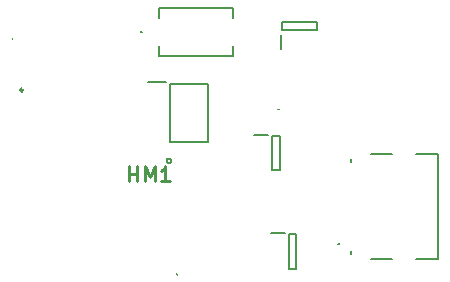
<source format=gbr>
%TF.GenerationSoftware,KiCad,Pcbnew,7.0.9*%
%TF.CreationDate,2024-05-05T23:36:38+02:00*%
%TF.ProjectId,esp32_c3_custom_board,65737033-325f-4633-935f-637573746f6d,rev?*%
%TF.SameCoordinates,Original*%
%TF.FileFunction,Legend,Top*%
%TF.FilePolarity,Positive*%
%FSLAX46Y46*%
G04 Gerber Fmt 4.6, Leading zero omitted, Abs format (unit mm)*
G04 Created by KiCad (PCBNEW 7.0.9) date 2024-05-05 23:36:38*
%MOMM*%
%LPD*%
G01*
G04 APERTURE LIST*
%ADD10C,0.254000*%
%ADD11C,0.200000*%
%ADD12C,0.100000*%
%ADD13C,0.250000*%
G04 APERTURE END LIST*
D10*
X131285066Y-147480718D02*
X131285066Y-146210718D01*
X131285066Y-146815480D02*
X132010781Y-146815480D01*
X132010781Y-147480718D02*
X132010781Y-146210718D01*
X132615542Y-147480718D02*
X132615542Y-146210718D01*
X132615542Y-146210718D02*
X133038876Y-147117861D01*
X133038876Y-147117861D02*
X133462209Y-146210718D01*
X133462209Y-146210718D02*
X133462209Y-147480718D01*
X134732210Y-147480718D02*
X134006495Y-147480718D01*
X134369352Y-147480718D02*
X134369352Y-146210718D01*
X134369352Y-146210718D02*
X134248400Y-146392146D01*
X134248400Y-146392146D02*
X134127448Y-146513099D01*
X134127448Y-146513099D02*
X134006495Y-146573575D01*
D11*
%TO.C,HM1*%
X134873290Y-145741400D02*
G75*
G03*
X134873290Y-145741400I-203890J0D01*
G01*
D12*
%TO.C,D1*%
X143989800Y-141376400D02*
X143989800Y-141376400D01*
X143889800Y-141376400D02*
X143889800Y-141376400D01*
X143889800Y-141376400D02*
G75*
G03*
X143989800Y-141376400I50000J0D01*
G01*
X143989800Y-141376400D02*
G75*
G03*
X143889800Y-141376400I-50000J0D01*
G01*
D11*
%TO.C,S1*%
X132281400Y-134823200D02*
X132281400Y-134823200D01*
X132281400Y-134823200D02*
X132281400Y-134823200D01*
X132381400Y-134823200D02*
X132381400Y-134823200D01*
X133881400Y-132773200D02*
X140081400Y-132773200D01*
X133881400Y-133623200D02*
X133881400Y-132773200D01*
X133881400Y-136023200D02*
X133881400Y-136873200D01*
X133881400Y-136873200D02*
X140081400Y-136873200D01*
X140081400Y-132773200D02*
X140081400Y-133623200D01*
X140081400Y-136873200D02*
X140081400Y-136023200D01*
X132381400Y-134823200D02*
G75*
G03*
X132281400Y-134823200I-50000J0D01*
G01*
X132281400Y-134823200D02*
G75*
G03*
X132381400Y-134823200I50000J0D01*
G01*
X132281400Y-134823200D02*
G75*
G03*
X132381400Y-134823200I50000J0D01*
G01*
%TO.C,U2*%
X141897600Y-143549200D02*
X143047600Y-143549200D01*
X143397600Y-143599200D02*
X144047600Y-143599200D01*
X143397600Y-146499200D02*
X143397600Y-143599200D01*
X144047600Y-143599200D02*
X144047600Y-146499200D01*
X144047600Y-146499200D02*
X143397600Y-146499200D01*
%TO.C,IC3*%
X144209600Y-136245200D02*
X144209600Y-135045200D01*
X144234600Y-134695200D02*
X144234600Y-133995200D01*
X147184600Y-134695200D02*
X144234600Y-134695200D01*
X144234600Y-133995200D02*
X147184600Y-133995200D01*
X147184600Y-133995200D02*
X147184600Y-134695200D01*
D13*
%TO.C,IC1*%
X122345400Y-139740000D02*
G75*
G03*
X122345400Y-139740000I-125000J0D01*
G01*
D12*
%TO.C,Y1*%
X121387600Y-135303800D02*
X121387600Y-135303800D01*
X121387600Y-135403800D02*
X121387600Y-135403800D01*
X121387600Y-135403800D02*
G75*
G03*
X121387600Y-135303800I0J50000D01*
G01*
X121387600Y-135303800D02*
G75*
G03*
X121387600Y-135403800I0J-50000D01*
G01*
%TO.C,D2*%
X135331200Y-155273000D02*
X135331200Y-155273000D01*
X135331200Y-155373000D02*
X135331200Y-155373000D01*
X135331200Y-155373000D02*
G75*
G03*
X135331200Y-155273000I0J50000D01*
G01*
X135331200Y-155273000D02*
G75*
G03*
X135331200Y-155373000I0J-50000D01*
G01*
D11*
%TO.C,U1*%
X143305600Y-151816000D02*
X144505600Y-151816000D01*
X144855600Y-151954000D02*
X145455600Y-151954000D01*
X144855600Y-154878000D02*
X144855600Y-151954000D01*
X145455600Y-151954000D02*
X145455600Y-154878000D01*
X145455600Y-154878000D02*
X144855600Y-154878000D01*
%TO.C,J1*%
X151808200Y-154065200D02*
X153608200Y-154065200D01*
X155608200Y-154065200D02*
X157485200Y-154065200D01*
X157485200Y-154065200D02*
X157485200Y-145125200D01*
X150135200Y-153595200D02*
X150130200Y-153395200D01*
X149020200Y-152795200D02*
X149020200Y-152795200D01*
X149020200Y-152795200D02*
X149020200Y-152795200D01*
X149120200Y-152795200D02*
X149120200Y-152795200D01*
X150130200Y-145795200D02*
X150130200Y-145595200D01*
X153608200Y-145125200D02*
X151808200Y-145125200D01*
X157485200Y-145125200D02*
X155608200Y-145125200D01*
X149120200Y-152795200D02*
G75*
G03*
X149020200Y-152795200I-50000J0D01*
G01*
X149020200Y-152795200D02*
G75*
G03*
X149120200Y-152795200I50000J0D01*
G01*
X149020200Y-152795200D02*
G75*
G03*
X149120200Y-152795200I50000J0D01*
G01*
%TO.C,IC2*%
X132903400Y-139075800D02*
X134428400Y-139075800D01*
X134778400Y-139205800D02*
X137978400Y-139205800D01*
X134778400Y-144105800D02*
X134778400Y-139205800D01*
X137978400Y-139205800D02*
X137978400Y-144105800D01*
X137978400Y-144105800D02*
X134778400Y-144105800D01*
%TD*%
M02*

</source>
